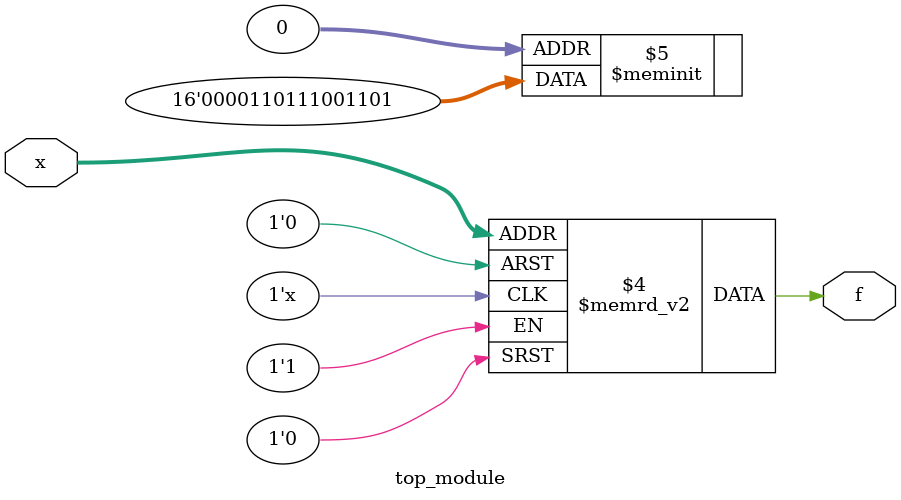
<source format=sv>
module top_module (
    input [4:1] x,
    output logic f
);

always_comb begin
    case (x)
        4'b0000, 4'b1000, 4'b1010, 4'b1011: f = 1'b1; // Represent the 1 cells in the Karnaugh map
        4'b0001, 4'b0101, 4'b1001, 4'b1100, 4'b1101, 4'b1110, 4'b1111: f = 1'b0; // Represent the 0 cells in the Karnaugh map
        4'b0010, 4'b0011, 4'b0110, 4'b0111: f = 1'b1; // Represent the 1 cells in the Karnaugh map
        4'b0100: f = 1'b0; // Represent the 0 cell in the Karnaugh map
        default: f = 1'b0;
    endcase
end

endmodule

</source>
